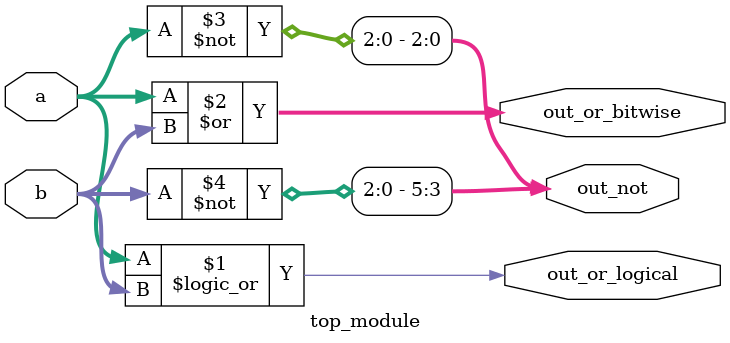
<source format=v>
module top_module( 
    input [2:0] a,
    input [2:0] b,
    output [2:0] out_or_bitwise,
    output out_or_logical,
    output [5:0] out_not
);
    
    assign out_or_logical = a || b;
    assign out_or_bitwise = a | b;   
    

    assign out_not = {~b, ~a};
    //assign out_not[2:0] = ~a;	// Part-select on left side is o.
	//assign out_not[5:3] = ~b;	//Assigning to [5:3] does not conflict with [2:0]
endmodule

</source>
